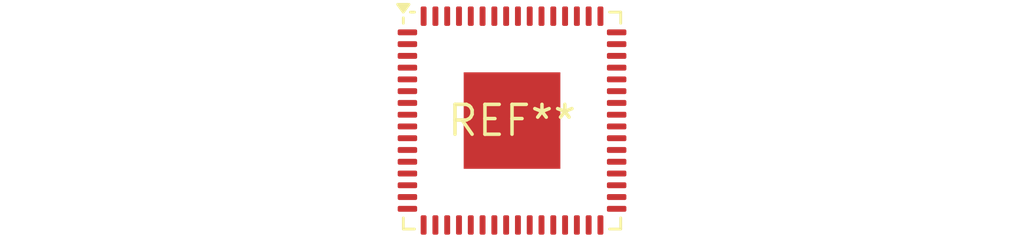
<source format=kicad_pcb>
(kicad_pcb (version 20240108) (generator pcbnew)
  (layers (0 "F.Cu" signal) (31 "B.Cu" signal) (34 "B.Paste" user) (35 "F.Paste" user) (36 "B.SilkS" user "B.Silkscreen") (37 "F.SilkS" user "F.Silkscreen") (38 "B.Mask" user) (39 "F.Mask" user) (44 "Edge.Cuts" user))
  (net 0 "")
  (footprint "QFN-64-1EP_9x9mm_P0.5mm_EP4.1x4.1mm" (layer "F.Cu") (at 0 0)
    (property "Reference" "REF**")
    (property "Value" "QFN-64-1EP_9x9mm_P0.5mm_EP4.1x4.1mm")
    (fp_line (start -4.61 -4.135) (end -4.61 -4.37) (layer "F.SilkS") (stroke (width 0.12)))
    (fp_line (start -4.61 4.61) (end -4.61 4.135) (layer "F.SilkS") (stroke (width 0.12)))
    (fp_line (start -4.135 -4.61) (end -4.31 -4.61) (layer "F.SilkS") (stroke (width 0.12)))
    (fp_line (start -4.135 4.61) (end -4.61 4.61) (layer "F.SilkS") (stroke (width 0.12)))
    (fp_line (start 4.135 -4.61) (end 4.61 -4.61) (layer "F.SilkS") (stroke (width 0.12)))
    (fp_line (start 4.135 4.61) (end 4.61 4.61) (layer "F.SilkS") (stroke (width 0.12)))
    (fp_line (start 4.61 -4.61) (end 4.61 -4.135) (layer "F.SilkS") (stroke (width 0.12)))
    (fp_line (start 4.61 4.61) (end 4.61 4.135) (layer "F.SilkS") (stroke (width 0.12)))
    (fp_poly (pts (xy -4.61 -4.61) (xy -4.85 -4.94) (xy -4.37 -4.94) (xy -4.61 -4.61)) (layer "F.SilkS") (stroke (width 0.12)) (fill solid))
    (pad "1" smd roundrect (at -4.4375 -3.75) (size 0.825 0.25) (layers "F.Cu" "F.Paste" "F.Mask"))
    (pad "2" smd roundrect (at -4.4375 -3.25) (size 0.825 0.25) (layers "F.Cu" "F.Paste" "F.Mask"))
    (pad "3" smd roundrect (at -4.4375 -2.75) (size 0.825 0.25) (layers "F.Cu" "F.Paste" "F.Mask"))
    (pad "4" smd roundrect (at -4.4375 -2.25) (size 0.825 0.25) (layers "F.Cu" "F.Paste" "F.Mask"))
    (pad "5" smd roundrect (at -4.4375 -1.75) (size 0.825 0.25) (layers "F.Cu" "F.Paste" "F.Mask"))
    (pad "6" smd roundrect (at -4.4375 -1.25) (size 0.825 0.25) (layers "F.Cu" "F.Paste" "F.Mask"))
    (pad "7" smd roundrect (at -4.4375 -0.75) (size 0.825 0.25) (layers "F.Cu" "F.Paste" "F.Mask"))
    (pad "8" smd roundrect (at -4.4375 -0.25) (size 0.825 0.25) (layers "F.Cu" "F.Paste" "F.Mask"))
    (pad "9" smd roundrect (at -4.4375 0.25) (size 0.825 0.25) (layers "F.Cu" "F.Paste" "F.Mask"))
    (pad "10" smd roundrect (at -4.4375 0.75) (size 0.825 0.25) (layers "F.Cu" "F.Paste" "F.Mask"))
    (pad "11" smd roundrect (at -4.4375 1.25) (size 0.825 0.25) (layers "F.Cu" "F.Paste" "F.Mask"))
    (pad "12" smd roundrect (at -4.4375 1.75) (size 0.825 0.25) (layers "F.Cu" "F.Paste" "F.Mask"))
    (pad "13" smd roundrect (at -4.4375 2.25) (size 0.825 0.25) (layers "F.Cu" "F.Paste" "F.Mask"))
    (pad "14" smd roundrect (at -4.4375 2.75) (size 0.825 0.25) (layers "F.Cu" "F.Paste" "F.Mask"))
    (pad "15" smd roundrect (at -4.4375 3.25) (size 0.825 0.25) (layers "F.Cu" "F.Paste" "F.Mask"))
    (pad "16" smd roundrect (at -4.4375 3.75) (size 0.825 0.25) (layers "F.Cu" "F.Paste" "F.Mask"))
    (pad "17" smd roundrect (at -3.75 4.4375) (size 0.25 0.825) (layers "F.Cu" "F.Paste" "F.Mask"))
    (pad "18" smd roundrect (at -3.25 4.4375) (size 0.25 0.825) (layers "F.Cu" "F.Paste" "F.Mask"))
    (pad "19" smd roundrect (at -2.75 4.4375) (size 0.25 0.825) (layers "F.Cu" "F.Paste" "F.Mask"))
    (pad "20" smd roundrect (at -2.25 4.4375) (size 0.25 0.825) (layers "F.Cu" "F.Paste" "F.Mask"))
    (pad "21" smd roundrect (at -1.75 4.4375) (size 0.25 0.825) (layers "F.Cu" "F.Paste" "F.Mask"))
    (pad "22" smd roundrect (at -1.25 4.4375) (size 0.25 0.825) (layers "F.Cu" "F.Paste" "F.Mask"))
    (pad "23" smd roundrect (at -0.75 4.4375) (size 0.25 0.825) (layers "F.Cu" "F.Paste" "F.Mask"))
    (pad "24" smd roundrect (at -0.25 4.4375) (size 0.25 0.825) (layers "F.Cu" "F.Paste" "F.Mask"))
    (pad "25" smd roundrect (at 0.25 4.4375) (size 0.25 0.825) (layers "F.Cu" "F.Paste" "F.Mask"))
    (pad "26" smd roundrect (at 0.75 4.4375) (size 0.25 0.825) (layers "F.Cu" "F.Paste" "F.Mask"))
    (pad "27" smd roundrect (at 1.25 4.4375) (size 0.25 0.825) (layers "F.Cu" "F.Paste" "F.Mask"))
    (pad "28" smd roundrect (at 1.75 4.4375) (size 0.25 0.825) (layers "F.Cu" "F.Paste" "F.Mask"))
    (pad "29" smd roundrect (at 2.25 4.4375) (size 0.25 0.825) (layers "F.Cu" "F.Paste" "F.Mask"))
    (pad "30" smd roundrect (at 2.75 4.4375) (size 0.25 0.825) (layers "F.Cu" "F.Paste" "F.Mask"))
    (pad "31" smd roundrect (at 3.25 4.4375) (size 0.25 0.825) (layers "F.Cu" "F.Paste" "F.Mask"))
    (pad "32" smd roundrect (at 3.75 4.4375) (size 0.25 0.825) (layers "F.Cu" "F.Paste" "F.Mask"))
    (pad "33" smd roundrect (at 4.4375 3.75) (size 0.825 0.25) (layers "F.Cu" "F.Paste" "F.Mask"))
    (pad "34" smd roundrect (at 4.4375 3.25) (size 0.825 0.25) (layers "F.Cu" "F.Paste" "F.Mask"))
    (pad "35" smd roundrect (at 4.4375 2.75) (size 0.825 0.25) (layers "F.Cu" "F.Paste" "F.Mask"))
    (pad "36" smd roundrect (at 4.4375 2.25) (size 0.825 0.25) (layers "F.Cu" "F.Paste" "F.Mask"))
    (pad "37" smd roundrect (at 4.4375 1.75) (size 0.825 0.25) (layers "F.Cu" "F.Paste" "F.Mask"))
    (pad "38" smd roundrect (at 4.4375 1.25) (size 0.825 0.25) (layers "F.Cu" "F.Paste" "F.Mask"))
    (pad "39" smd roundrect (at 4.4375 0.75) (size 0.825 0.25) (layers "F.Cu" "F.Paste" "F.Mask"))
    (pad "40" smd roundrect (at 4.4375 0.25) (size 0.825 0.25) (layers "F.Cu" "F.Paste" "F.Mask"))
    (pad "41" smd roundrect (at 4.4375 -0.25) (size 0.825 0.25) (layers "F.Cu" "F.Paste" "F.Mask"))
    (pad "42" smd roundrect (at 4.4375 -0.75) (size 0.825 0.25) (layers "F.Cu" "F.Paste" "F.Mask"))
    (pad "43" smd roundrect (at 4.4375 -1.25) (size 0.825 0.25) (layers "F.Cu" "F.Paste" "F.Mask"))
    (pad "44" smd roundrect (at 4.4375 -1.75) (size 0.825 0.25) (layers "F.Cu" "F.Paste" "F.Mask"))
    (pad "45" smd roundrect (at 4.4375 -2.25) (size 0.825 0.25) (layers "F.Cu" "F.Paste" "F.Mask"))
    (pad "46" smd roundrect (at 4.4375 -2.75) (size 0.825 0.25) (layers "F.Cu" "F.Paste" "F.Mask"))
    (pad "47" smd roundrect (at 4.4375 -3.25) (size 0.825 0.25) (layers "F.Cu" "F.Paste" "F.Mask"))
    (pad "48" smd roundrect (at 4.4375 -3.75) (size 0.825 0.25) (layers "F.Cu" "F.Paste" "F.Mask"))
    (pad "49" smd roundrect (at 3.75 -4.4375) (size 0.25 0.825) (layers "F.Cu" "F.Paste" "F.Mask"))
    (pad "50" smd roundrect (at 3.25 -4.4375) (size 0.25 0.825) (layers "F.Cu" "F.Paste" "F.Mask"))
    (pad "51" smd roundrect (at 2.75 -4.4375) (size 0.25 0.825) (layers "F.Cu" "F.Paste" "F.Mask"))
    (pad "52" smd roundrect (at 2.25 -4.4375) (size 0.25 0.825) (layers "F.Cu" "F.Paste" "F.Mask"))
    (pad "53" smd roundrect (at 1.75 -4.4375) (size 0.25 0.825) (layers "F.Cu" "F.Paste" "F.Mask"))
    (pad "54" smd roundrect (at 1.25 -4.4375) (size 0.25 0.825) (layers "F.Cu" "F.Paste" "F.Mask"))
    (pad "55" smd roundrect (at 0.75 -4.4375) (size 0.25 0.825) (layers "F.Cu" "F.Paste" "F.Mask"))
    (pad "56" smd roundrect (at 0.25 -4.4375) (size 0.25 0.825) (layers "F.Cu" "F.Paste" "F.Mask"))
    (pad "57" smd roundrect (at -0.25 -4.4375) (size 0.25 0.825) (layers "F.Cu" "F.Paste" "F.Mask"))
    (pad "58" smd roundrect (at -0.75 -4.4375) (size 0.25 0.825) (layers "F.Cu" "F.Paste" "F.Mask"))
    (pad "59" smd roundrect (at -1.25 -4.4375) (size 0.25 0.825) (layers "F.Cu" "F.Paste" "F.Mask"))
    (pad "60" smd roundrect (at -1.75 -4.4375) (size 0.25 0.825) (layers "F.Cu" "F.Paste" "F.Mask"))
    (pad "61" smd roundrect (at -2.25 -4.4375) (size 0.25 0.825) (layers "F.Cu" "F.Paste" "F.Mask"))
    (pad "62" smd roundrect (at -2.75 -4.4375) (size 0.25 0.825) (layers "F.Cu" "F.Paste" "F.Mask"))
    (pad "63" smd roundrect (at -3.25 -4.4375) (size 0.25 0.825) (layers "F.Cu" "F.Paste" "F.Mask"))
    (pad "64" smd roundrect (at -3.75 -4.4375) (size 0.25 0.825) (layers "F.Cu" "F.Paste" "F.Mask"))
    (pad "65" smd rect (at 0 0) (size 4.1 4.1) (property pad_prop_heatsink) (layers "F.Cu" "F.Mask"))
  )
)
</source>
